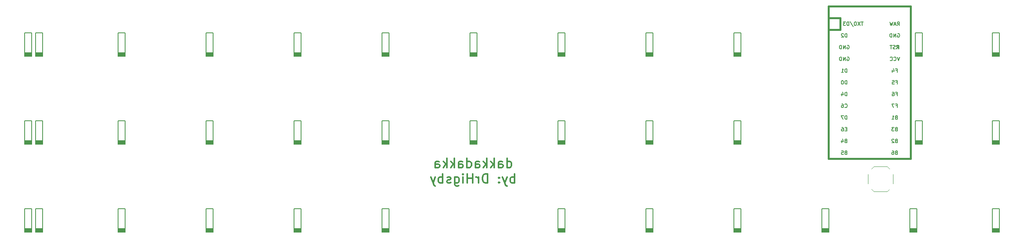
<source format=gbr>
%TF.GenerationSoftware,KiCad,Pcbnew,(5.1.9)-1*%
%TF.CreationDate,2021-06-01T10:03:10-07:00*%
%TF.ProjectId,dakkadakka,64616b6b-6164-4616-9b6b-612e6b696361,rev?*%
%TF.SameCoordinates,Original*%
%TF.FileFunction,Legend,Bot*%
%TF.FilePolarity,Positive*%
%FSLAX46Y46*%
G04 Gerber Fmt 4.6, Leading zero omitted, Abs format (unit mm)*
G04 Created by KiCad (PCBNEW (5.1.9)-1) date 2021-06-01 10:03:10*
%MOMM*%
%LPD*%
G01*
G04 APERTURE LIST*
%ADD10C,0.350000*%
%ADD11C,0.120000*%
%ADD12C,0.150000*%
%ADD13C,0.381000*%
G04 APERTURE END LIST*
D10*
X162006633Y-75498341D02*
X162006633Y-73498341D01*
X162006633Y-75403103D02*
X162197109Y-75498341D01*
X162578061Y-75498341D01*
X162768538Y-75403103D01*
X162863776Y-75307865D01*
X162959014Y-75117389D01*
X162959014Y-74545960D01*
X162863776Y-74355484D01*
X162768538Y-74260246D01*
X162578061Y-74165008D01*
X162197109Y-74165008D01*
X162006633Y-74260246D01*
X160197109Y-75498341D02*
X160197109Y-74450722D01*
X160292347Y-74260246D01*
X160482823Y-74165008D01*
X160863776Y-74165008D01*
X161054252Y-74260246D01*
X160197109Y-75403103D02*
X160387585Y-75498341D01*
X160863776Y-75498341D01*
X161054252Y-75403103D01*
X161149490Y-75212627D01*
X161149490Y-75022151D01*
X161054252Y-74831675D01*
X160863776Y-74736437D01*
X160387585Y-74736437D01*
X160197109Y-74641199D01*
X159244728Y-75498341D02*
X159244728Y-73498341D01*
X159054252Y-74736437D02*
X158482823Y-75498341D01*
X158482823Y-74165008D02*
X159244728Y-74926913D01*
X157625680Y-75498341D02*
X157625680Y-73498341D01*
X157435204Y-74736437D02*
X156863776Y-75498341D01*
X156863776Y-74165008D02*
X157625680Y-74926913D01*
X155149490Y-75498341D02*
X155149490Y-74450722D01*
X155244728Y-74260246D01*
X155435204Y-74165008D01*
X155816157Y-74165008D01*
X156006633Y-74260246D01*
X155149490Y-75403103D02*
X155339966Y-75498341D01*
X155816157Y-75498341D01*
X156006633Y-75403103D01*
X156101871Y-75212627D01*
X156101871Y-75022151D01*
X156006633Y-74831675D01*
X155816157Y-74736437D01*
X155339966Y-74736437D01*
X155149490Y-74641199D01*
X153339966Y-75498341D02*
X153339966Y-73498341D01*
X153339966Y-75403103D02*
X153530442Y-75498341D01*
X153911395Y-75498341D01*
X154101871Y-75403103D01*
X154197109Y-75307865D01*
X154292347Y-75117389D01*
X154292347Y-74545960D01*
X154197109Y-74355484D01*
X154101871Y-74260246D01*
X153911395Y-74165008D01*
X153530442Y-74165008D01*
X153339966Y-74260246D01*
X151530442Y-75498341D02*
X151530442Y-74450722D01*
X151625680Y-74260246D01*
X151816157Y-74165008D01*
X152197109Y-74165008D01*
X152387585Y-74260246D01*
X151530442Y-75403103D02*
X151720919Y-75498341D01*
X152197109Y-75498341D01*
X152387585Y-75403103D01*
X152482823Y-75212627D01*
X152482823Y-75022151D01*
X152387585Y-74831675D01*
X152197109Y-74736437D01*
X151720919Y-74736437D01*
X151530442Y-74641199D01*
X150578061Y-75498341D02*
X150578061Y-73498341D01*
X150387585Y-74736437D02*
X149816157Y-75498341D01*
X149816157Y-74165008D02*
X150578061Y-74926913D01*
X148959014Y-75498341D02*
X148959014Y-73498341D01*
X148768538Y-74736437D02*
X148197109Y-75498341D01*
X148197109Y-74165008D02*
X148959014Y-74926913D01*
X146482823Y-75498341D02*
X146482823Y-74450722D01*
X146578061Y-74260246D01*
X146768538Y-74165008D01*
X147149490Y-74165008D01*
X147339966Y-74260246D01*
X146482823Y-75403103D02*
X146673300Y-75498341D01*
X147149490Y-75498341D01*
X147339966Y-75403103D01*
X147435204Y-75212627D01*
X147435204Y-75022151D01*
X147339966Y-74831675D01*
X147149490Y-74736437D01*
X146673300Y-74736437D01*
X146482823Y-74641199D01*
X163625680Y-78848341D02*
X163625680Y-76848341D01*
X163625680Y-77610246D02*
X163435204Y-77515008D01*
X163054252Y-77515008D01*
X162863776Y-77610246D01*
X162768538Y-77705484D01*
X162673300Y-77895960D01*
X162673300Y-78467389D01*
X162768538Y-78657865D01*
X162863776Y-78753103D01*
X163054252Y-78848341D01*
X163435204Y-78848341D01*
X163625680Y-78753103D01*
X162006633Y-77515008D02*
X161530442Y-78848341D01*
X161054252Y-77515008D02*
X161530442Y-78848341D01*
X161720919Y-79324532D01*
X161816157Y-79419770D01*
X162006633Y-79515008D01*
X160292347Y-78657865D02*
X160197109Y-78753103D01*
X160292347Y-78848341D01*
X160387585Y-78753103D01*
X160292347Y-78657865D01*
X160292347Y-78848341D01*
X160292347Y-77610246D02*
X160197109Y-77705484D01*
X160292347Y-77800722D01*
X160387585Y-77705484D01*
X160292347Y-77610246D01*
X160292347Y-77800722D01*
X157816157Y-78848341D02*
X157816157Y-76848341D01*
X157339966Y-76848341D01*
X157054252Y-76943580D01*
X156863776Y-77134056D01*
X156768538Y-77324532D01*
X156673300Y-77705484D01*
X156673300Y-77991199D01*
X156768538Y-78372151D01*
X156863776Y-78562627D01*
X157054252Y-78753103D01*
X157339966Y-78848341D01*
X157816157Y-78848341D01*
X155816157Y-78848341D02*
X155816157Y-77515008D01*
X155816157Y-77895960D02*
X155720919Y-77705484D01*
X155625680Y-77610246D01*
X155435204Y-77515008D01*
X155244728Y-77515008D01*
X154578061Y-78848341D02*
X154578061Y-76848341D01*
X154578061Y-77800722D02*
X153435204Y-77800722D01*
X153435204Y-78848341D02*
X153435204Y-76848341D01*
X152482823Y-78848341D02*
X152482823Y-77515008D01*
X152482823Y-76848341D02*
X152578061Y-76943580D01*
X152482823Y-77038818D01*
X152387585Y-76943580D01*
X152482823Y-76848341D01*
X152482823Y-77038818D01*
X150673300Y-77515008D02*
X150673300Y-79134056D01*
X150768538Y-79324532D01*
X150863776Y-79419770D01*
X151054252Y-79515008D01*
X151339966Y-79515008D01*
X151530442Y-79419770D01*
X150673300Y-78753103D02*
X150863776Y-78848341D01*
X151244728Y-78848341D01*
X151435204Y-78753103D01*
X151530442Y-78657865D01*
X151625680Y-78467389D01*
X151625680Y-77895960D01*
X151530442Y-77705484D01*
X151435204Y-77610246D01*
X151244728Y-77515008D01*
X150863776Y-77515008D01*
X150673300Y-77610246D01*
X149816157Y-78753103D02*
X149625680Y-78848341D01*
X149244728Y-78848341D01*
X149054252Y-78753103D01*
X148959014Y-78562627D01*
X148959014Y-78467389D01*
X149054252Y-78276913D01*
X149244728Y-78181675D01*
X149530442Y-78181675D01*
X149720919Y-78086437D01*
X149816157Y-77895960D01*
X149816157Y-77800722D01*
X149720919Y-77610246D01*
X149530442Y-77515008D01*
X149244728Y-77515008D01*
X149054252Y-77610246D01*
X148101871Y-78848341D02*
X148101871Y-76848341D01*
X148101871Y-77610246D02*
X147911395Y-77515008D01*
X147530442Y-77515008D01*
X147339966Y-77610246D01*
X147244728Y-77705484D01*
X147149490Y-77895960D01*
X147149490Y-78467389D01*
X147244728Y-78657865D01*
X147339966Y-78753103D01*
X147530442Y-78848341D01*
X147911395Y-78848341D01*
X148101871Y-78753103D01*
X146482823Y-77515008D02*
X146006633Y-78848341D01*
X145530442Y-77515008D02*
X146006633Y-78848341D01*
X146197109Y-79324532D01*
X146292347Y-79419770D01*
X146482823Y-79515008D01*
D11*
%TO.C,RESET1*%
X240167704Y-76946003D02*
X240167704Y-79026003D01*
X244337704Y-80706003D02*
X244827704Y-80216003D01*
X245607704Y-76946003D02*
X245607704Y-79026003D01*
X241437704Y-80706003D02*
X240947704Y-80216003D01*
X241437704Y-80706003D02*
X244337704Y-80706003D01*
X241437704Y-75266003D02*
X240947704Y-75756003D01*
X241437704Y-75266003D02*
X244337704Y-75266003D01*
X244337704Y-75266003D02*
X244827704Y-75756003D01*
D12*
%TO.C,D36*%
X267128850Y-88693698D02*
X268652850Y-88693698D01*
X267128850Y-88820698D02*
X268652850Y-88820698D01*
X268652850Y-88947698D02*
X267128850Y-88947698D01*
X267128850Y-89328698D02*
X268652850Y-89328698D01*
X268652850Y-89201698D02*
X267128850Y-89201698D01*
X267128850Y-89074698D02*
X268652850Y-89074698D01*
X268652850Y-84375698D02*
X267128850Y-84375698D01*
X268652850Y-89455698D02*
X268652850Y-84375698D01*
X267128850Y-89455698D02*
X268652850Y-89455698D01*
X267128850Y-84375698D02*
X267128850Y-89455698D01*
%TO.C,D35*%
X249269460Y-88693698D02*
X250793460Y-88693698D01*
X249269460Y-88820698D02*
X250793460Y-88820698D01*
X250793460Y-88947698D02*
X249269460Y-88947698D01*
X249269460Y-89328698D02*
X250793460Y-89328698D01*
X250793460Y-89201698D02*
X249269460Y-89201698D01*
X249269460Y-89074698D02*
X250793460Y-89074698D01*
X250793460Y-84375698D02*
X249269460Y-84375698D01*
X250793460Y-89455698D02*
X250793460Y-84375698D01*
X249269460Y-89455698D02*
X250793460Y-89455698D01*
X249269460Y-84375698D02*
X249269460Y-89455698D01*
%TO.C,D34*%
X230219444Y-88693698D02*
X231743444Y-88693698D01*
X230219444Y-88820698D02*
X231743444Y-88820698D01*
X231743444Y-88947698D02*
X230219444Y-88947698D01*
X230219444Y-89328698D02*
X231743444Y-89328698D01*
X231743444Y-89201698D02*
X230219444Y-89201698D01*
X230219444Y-89074698D02*
X231743444Y-89074698D01*
X231743444Y-84375698D02*
X230219444Y-84375698D01*
X231743444Y-89455698D02*
X231743444Y-84375698D01*
X230219444Y-89455698D02*
X231743444Y-89455698D01*
X230219444Y-84375698D02*
X230219444Y-89455698D01*
%TO.C,D33*%
X211169428Y-88693698D02*
X212693428Y-88693698D01*
X211169428Y-88820698D02*
X212693428Y-88820698D01*
X212693428Y-88947698D02*
X211169428Y-88947698D01*
X211169428Y-89328698D02*
X212693428Y-89328698D01*
X212693428Y-89201698D02*
X211169428Y-89201698D01*
X211169428Y-89074698D02*
X212693428Y-89074698D01*
X212693428Y-84375698D02*
X211169428Y-84375698D01*
X212693428Y-89455698D02*
X212693428Y-84375698D01*
X211169428Y-89455698D02*
X212693428Y-89455698D01*
X211169428Y-84375698D02*
X211169428Y-89455698D01*
%TO.C,D32*%
X192119412Y-88693698D02*
X193643412Y-88693698D01*
X192119412Y-88820698D02*
X193643412Y-88820698D01*
X193643412Y-88947698D02*
X192119412Y-88947698D01*
X192119412Y-89328698D02*
X193643412Y-89328698D01*
X193643412Y-89201698D02*
X192119412Y-89201698D01*
X192119412Y-89074698D02*
X193643412Y-89074698D01*
X193643412Y-84375698D02*
X192119412Y-84375698D01*
X193643412Y-89455698D02*
X193643412Y-84375698D01*
X192119412Y-89455698D02*
X193643412Y-89455698D01*
X192119412Y-84375698D02*
X192119412Y-89455698D01*
%TO.C,D31*%
X173069396Y-88693698D02*
X174593396Y-88693698D01*
X173069396Y-88820698D02*
X174593396Y-88820698D01*
X174593396Y-88947698D02*
X173069396Y-88947698D01*
X173069396Y-89328698D02*
X174593396Y-89328698D01*
X174593396Y-89201698D02*
X173069396Y-89201698D01*
X173069396Y-89074698D02*
X174593396Y-89074698D01*
X174593396Y-84375698D02*
X173069396Y-84375698D01*
X174593396Y-89455698D02*
X174593396Y-84375698D01*
X173069396Y-89455698D02*
X174593396Y-89455698D01*
X173069396Y-84375698D02*
X173069396Y-89455698D01*
%TO.C,D30*%
X134969364Y-88693698D02*
X136493364Y-88693698D01*
X134969364Y-88820698D02*
X136493364Y-88820698D01*
X136493364Y-88947698D02*
X134969364Y-88947698D01*
X134969364Y-89328698D02*
X136493364Y-89328698D01*
X136493364Y-89201698D02*
X134969364Y-89201698D01*
X134969364Y-89074698D02*
X136493364Y-89074698D01*
X136493364Y-84375698D02*
X134969364Y-84375698D01*
X136493364Y-89455698D02*
X136493364Y-84375698D01*
X134969364Y-89455698D02*
X136493364Y-89455698D01*
X134969364Y-84375698D02*
X134969364Y-89455698D01*
%TO.C,D29*%
X115919348Y-88693698D02*
X117443348Y-88693698D01*
X115919348Y-88820698D02*
X117443348Y-88820698D01*
X117443348Y-88947698D02*
X115919348Y-88947698D01*
X115919348Y-89328698D02*
X117443348Y-89328698D01*
X117443348Y-89201698D02*
X115919348Y-89201698D01*
X115919348Y-89074698D02*
X117443348Y-89074698D01*
X117443348Y-84375698D02*
X115919348Y-84375698D01*
X117443348Y-89455698D02*
X117443348Y-84375698D01*
X115919348Y-89455698D02*
X117443348Y-89455698D01*
X115919348Y-84375698D02*
X115919348Y-89455698D01*
%TO.C,D28*%
X96869332Y-88693698D02*
X98393332Y-88693698D01*
X96869332Y-88820698D02*
X98393332Y-88820698D01*
X98393332Y-88947698D02*
X96869332Y-88947698D01*
X96869332Y-89328698D02*
X98393332Y-89328698D01*
X98393332Y-89201698D02*
X96869332Y-89201698D01*
X96869332Y-89074698D02*
X98393332Y-89074698D01*
X98393332Y-84375698D02*
X96869332Y-84375698D01*
X98393332Y-89455698D02*
X98393332Y-84375698D01*
X96869332Y-89455698D02*
X98393332Y-89455698D01*
X96869332Y-84375698D02*
X96869332Y-89455698D01*
%TO.C,D27*%
X77819316Y-88693698D02*
X79343316Y-88693698D01*
X77819316Y-88820698D02*
X79343316Y-88820698D01*
X79343316Y-88947698D02*
X77819316Y-88947698D01*
X77819316Y-89328698D02*
X79343316Y-89328698D01*
X79343316Y-89201698D02*
X77819316Y-89201698D01*
X77819316Y-89074698D02*
X79343316Y-89074698D01*
X79343316Y-84375698D02*
X77819316Y-84375698D01*
X79343316Y-89455698D02*
X79343316Y-84375698D01*
X77819316Y-89455698D02*
X79343316Y-89455698D01*
X77819316Y-84375698D02*
X77819316Y-89455698D01*
%TO.C,D26*%
X59959926Y-88693698D02*
X61483926Y-88693698D01*
X59959926Y-88820698D02*
X61483926Y-88820698D01*
X61483926Y-88947698D02*
X59959926Y-88947698D01*
X59959926Y-89328698D02*
X61483926Y-89328698D01*
X61483926Y-89201698D02*
X59959926Y-89201698D01*
X59959926Y-89074698D02*
X61483926Y-89074698D01*
X61483926Y-84375698D02*
X59959926Y-84375698D01*
X61483926Y-89455698D02*
X61483926Y-84375698D01*
X59959926Y-89455698D02*
X61483926Y-89455698D01*
X59959926Y-84375698D02*
X59959926Y-89455698D01*
%TO.C,D25*%
X57578674Y-88693698D02*
X59102674Y-88693698D01*
X57578674Y-88820698D02*
X59102674Y-88820698D01*
X59102674Y-88947698D02*
X57578674Y-88947698D01*
X57578674Y-89328698D02*
X59102674Y-89328698D01*
X59102674Y-89201698D02*
X57578674Y-89201698D01*
X57578674Y-89074698D02*
X59102674Y-89074698D01*
X59102674Y-84375698D02*
X57578674Y-84375698D01*
X59102674Y-89455698D02*
X59102674Y-84375698D01*
X57578674Y-89455698D02*
X59102674Y-89455698D01*
X57578674Y-84375698D02*
X57578674Y-89455698D01*
%TO.C,D24*%
X267128850Y-69643682D02*
X268652850Y-69643682D01*
X267128850Y-69770682D02*
X268652850Y-69770682D01*
X268652850Y-69897682D02*
X267128850Y-69897682D01*
X267128850Y-70278682D02*
X268652850Y-70278682D01*
X268652850Y-70151682D02*
X267128850Y-70151682D01*
X267128850Y-70024682D02*
X268652850Y-70024682D01*
X268652850Y-65325682D02*
X267128850Y-65325682D01*
X268652850Y-70405682D02*
X268652850Y-65325682D01*
X267128850Y-70405682D02*
X268652850Y-70405682D01*
X267128850Y-65325682D02*
X267128850Y-70405682D01*
%TO.C,D23*%
X250460086Y-69643682D02*
X251984086Y-69643682D01*
X250460086Y-69770682D02*
X251984086Y-69770682D01*
X251984086Y-69897682D02*
X250460086Y-69897682D01*
X250460086Y-70278682D02*
X251984086Y-70278682D01*
X251984086Y-70151682D02*
X250460086Y-70151682D01*
X250460086Y-70024682D02*
X251984086Y-70024682D01*
X251984086Y-65325682D02*
X250460086Y-65325682D01*
X251984086Y-70405682D02*
X251984086Y-65325682D01*
X250460086Y-70405682D02*
X251984086Y-70405682D01*
X250460086Y-65325682D02*
X250460086Y-70405682D01*
%TO.C,D22*%
X211169428Y-69643682D02*
X212693428Y-69643682D01*
X211169428Y-69770682D02*
X212693428Y-69770682D01*
X212693428Y-69897682D02*
X211169428Y-69897682D01*
X211169428Y-70278682D02*
X212693428Y-70278682D01*
X212693428Y-70151682D02*
X211169428Y-70151682D01*
X211169428Y-70024682D02*
X212693428Y-70024682D01*
X212693428Y-65325682D02*
X211169428Y-65325682D01*
X212693428Y-70405682D02*
X212693428Y-65325682D01*
X211169428Y-70405682D02*
X212693428Y-70405682D01*
X211169428Y-65325682D02*
X211169428Y-70405682D01*
%TO.C,D21*%
X192119412Y-69643682D02*
X193643412Y-69643682D01*
X192119412Y-69770682D02*
X193643412Y-69770682D01*
X193643412Y-69897682D02*
X192119412Y-69897682D01*
X192119412Y-70278682D02*
X193643412Y-70278682D01*
X193643412Y-70151682D02*
X192119412Y-70151682D01*
X192119412Y-70024682D02*
X193643412Y-70024682D01*
X193643412Y-65325682D02*
X192119412Y-65325682D01*
X193643412Y-70405682D02*
X193643412Y-65325682D01*
X192119412Y-70405682D02*
X193643412Y-70405682D01*
X192119412Y-65325682D02*
X192119412Y-70405682D01*
%TO.C,D20*%
X173069396Y-69643682D02*
X174593396Y-69643682D01*
X173069396Y-69770682D02*
X174593396Y-69770682D01*
X174593396Y-69897682D02*
X173069396Y-69897682D01*
X173069396Y-70278682D02*
X174593396Y-70278682D01*
X174593396Y-70151682D02*
X173069396Y-70151682D01*
X173069396Y-70024682D02*
X174593396Y-70024682D01*
X174593396Y-65325682D02*
X173069396Y-65325682D01*
X174593396Y-70405682D02*
X174593396Y-65325682D01*
X173069396Y-70405682D02*
X174593396Y-70405682D01*
X173069396Y-65325682D02*
X173069396Y-70405682D01*
%TO.C,D19*%
X154019380Y-69643682D02*
X155543380Y-69643682D01*
X154019380Y-69770682D02*
X155543380Y-69770682D01*
X155543380Y-69897682D02*
X154019380Y-69897682D01*
X154019380Y-70278682D02*
X155543380Y-70278682D01*
X155543380Y-70151682D02*
X154019380Y-70151682D01*
X154019380Y-70024682D02*
X155543380Y-70024682D01*
X155543380Y-65325682D02*
X154019380Y-65325682D01*
X155543380Y-70405682D02*
X155543380Y-65325682D01*
X154019380Y-70405682D02*
X155543380Y-70405682D01*
X154019380Y-65325682D02*
X154019380Y-70405682D01*
%TO.C,D18*%
X134969364Y-69643682D02*
X136493364Y-69643682D01*
X134969364Y-69770682D02*
X136493364Y-69770682D01*
X136493364Y-69897682D02*
X134969364Y-69897682D01*
X134969364Y-70278682D02*
X136493364Y-70278682D01*
X136493364Y-70151682D02*
X134969364Y-70151682D01*
X134969364Y-70024682D02*
X136493364Y-70024682D01*
X136493364Y-65325682D02*
X134969364Y-65325682D01*
X136493364Y-70405682D02*
X136493364Y-65325682D01*
X134969364Y-70405682D02*
X136493364Y-70405682D01*
X134969364Y-65325682D02*
X134969364Y-70405682D01*
%TO.C,D17*%
X115919348Y-69643682D02*
X117443348Y-69643682D01*
X115919348Y-69770682D02*
X117443348Y-69770682D01*
X117443348Y-69897682D02*
X115919348Y-69897682D01*
X115919348Y-70278682D02*
X117443348Y-70278682D01*
X117443348Y-70151682D02*
X115919348Y-70151682D01*
X115919348Y-70024682D02*
X117443348Y-70024682D01*
X117443348Y-65325682D02*
X115919348Y-65325682D01*
X117443348Y-70405682D02*
X117443348Y-65325682D01*
X115919348Y-70405682D02*
X117443348Y-70405682D01*
X115919348Y-65325682D02*
X115919348Y-70405682D01*
%TO.C,D16*%
X96869332Y-69643682D02*
X98393332Y-69643682D01*
X96869332Y-69770682D02*
X98393332Y-69770682D01*
X98393332Y-69897682D02*
X96869332Y-69897682D01*
X96869332Y-70278682D02*
X98393332Y-70278682D01*
X98393332Y-70151682D02*
X96869332Y-70151682D01*
X96869332Y-70024682D02*
X98393332Y-70024682D01*
X98393332Y-65325682D02*
X96869332Y-65325682D01*
X98393332Y-70405682D02*
X98393332Y-65325682D01*
X96869332Y-70405682D02*
X98393332Y-70405682D01*
X96869332Y-65325682D02*
X96869332Y-70405682D01*
%TO.C,D15*%
X77819316Y-69643682D02*
X79343316Y-69643682D01*
X77819316Y-69770682D02*
X79343316Y-69770682D01*
X79343316Y-69897682D02*
X77819316Y-69897682D01*
X77819316Y-70278682D02*
X79343316Y-70278682D01*
X79343316Y-70151682D02*
X77819316Y-70151682D01*
X77819316Y-70024682D02*
X79343316Y-70024682D01*
X79343316Y-65325682D02*
X77819316Y-65325682D01*
X79343316Y-70405682D02*
X79343316Y-65325682D01*
X77819316Y-70405682D02*
X79343316Y-70405682D01*
X77819316Y-65325682D02*
X77819316Y-70405682D01*
%TO.C,D14*%
X59959926Y-69643682D02*
X61483926Y-69643682D01*
X59959926Y-69770682D02*
X61483926Y-69770682D01*
X61483926Y-69897682D02*
X59959926Y-69897682D01*
X59959926Y-70278682D02*
X61483926Y-70278682D01*
X61483926Y-70151682D02*
X59959926Y-70151682D01*
X59959926Y-70024682D02*
X61483926Y-70024682D01*
X61483926Y-65325682D02*
X59959926Y-65325682D01*
X61483926Y-70405682D02*
X61483926Y-65325682D01*
X59959926Y-70405682D02*
X61483926Y-70405682D01*
X59959926Y-65325682D02*
X59959926Y-70405682D01*
%TO.C,D13*%
X57578674Y-69643682D02*
X59102674Y-69643682D01*
X57578674Y-69770682D02*
X59102674Y-69770682D01*
X59102674Y-69897682D02*
X57578674Y-69897682D01*
X57578674Y-70278682D02*
X59102674Y-70278682D01*
X59102674Y-70151682D02*
X57578674Y-70151682D01*
X57578674Y-70024682D02*
X59102674Y-70024682D01*
X59102674Y-65325682D02*
X57578674Y-65325682D01*
X59102674Y-70405682D02*
X59102674Y-65325682D01*
X57578674Y-70405682D02*
X59102674Y-70405682D01*
X57578674Y-65325682D02*
X57578674Y-70405682D01*
%TO.C,D12*%
X267128850Y-50593666D02*
X268652850Y-50593666D01*
X267128850Y-50720666D02*
X268652850Y-50720666D01*
X268652850Y-50847666D02*
X267128850Y-50847666D01*
X267128850Y-51228666D02*
X268652850Y-51228666D01*
X268652850Y-51101666D02*
X267128850Y-51101666D01*
X267128850Y-50974666D02*
X268652850Y-50974666D01*
X268652850Y-46275666D02*
X267128850Y-46275666D01*
X268652850Y-51355666D02*
X268652850Y-46275666D01*
X267128850Y-51355666D02*
X268652850Y-51355666D01*
X267128850Y-46275666D02*
X267128850Y-51355666D01*
%TO.C,D11*%
X250460086Y-50593666D02*
X251984086Y-50593666D01*
X250460086Y-50720666D02*
X251984086Y-50720666D01*
X251984086Y-50847666D02*
X250460086Y-50847666D01*
X250460086Y-51228666D02*
X251984086Y-51228666D01*
X251984086Y-51101666D02*
X250460086Y-51101666D01*
X250460086Y-50974666D02*
X251984086Y-50974666D01*
X251984086Y-46275666D02*
X250460086Y-46275666D01*
X251984086Y-51355666D02*
X251984086Y-46275666D01*
X250460086Y-51355666D02*
X251984086Y-51355666D01*
X250460086Y-46275666D02*
X250460086Y-51355666D01*
%TO.C,D10*%
X211169428Y-50593666D02*
X212693428Y-50593666D01*
X211169428Y-50720666D02*
X212693428Y-50720666D01*
X212693428Y-50847666D02*
X211169428Y-50847666D01*
X211169428Y-51228666D02*
X212693428Y-51228666D01*
X212693428Y-51101666D02*
X211169428Y-51101666D01*
X211169428Y-50974666D02*
X212693428Y-50974666D01*
X212693428Y-46275666D02*
X211169428Y-46275666D01*
X212693428Y-51355666D02*
X212693428Y-46275666D01*
X211169428Y-51355666D02*
X212693428Y-51355666D01*
X211169428Y-46275666D02*
X211169428Y-51355666D01*
%TO.C,D9*%
X192119412Y-50593666D02*
X193643412Y-50593666D01*
X192119412Y-50720666D02*
X193643412Y-50720666D01*
X193643412Y-50847666D02*
X192119412Y-50847666D01*
X192119412Y-51228666D02*
X193643412Y-51228666D01*
X193643412Y-51101666D02*
X192119412Y-51101666D01*
X192119412Y-50974666D02*
X193643412Y-50974666D01*
X193643412Y-46275666D02*
X192119412Y-46275666D01*
X193643412Y-51355666D02*
X193643412Y-46275666D01*
X192119412Y-51355666D02*
X193643412Y-51355666D01*
X192119412Y-46275666D02*
X192119412Y-51355666D01*
%TO.C,D8*%
X173069396Y-50593666D02*
X174593396Y-50593666D01*
X173069396Y-50720666D02*
X174593396Y-50720666D01*
X174593396Y-50847666D02*
X173069396Y-50847666D01*
X173069396Y-51228666D02*
X174593396Y-51228666D01*
X174593396Y-51101666D02*
X173069396Y-51101666D01*
X173069396Y-50974666D02*
X174593396Y-50974666D01*
X174593396Y-46275666D02*
X173069396Y-46275666D01*
X174593396Y-51355666D02*
X174593396Y-46275666D01*
X173069396Y-51355666D02*
X174593396Y-51355666D01*
X173069396Y-46275666D02*
X173069396Y-51355666D01*
%TO.C,D7*%
X154019380Y-50593666D02*
X155543380Y-50593666D01*
X154019380Y-50720666D02*
X155543380Y-50720666D01*
X155543380Y-50847666D02*
X154019380Y-50847666D01*
X154019380Y-51228666D02*
X155543380Y-51228666D01*
X155543380Y-51101666D02*
X154019380Y-51101666D01*
X154019380Y-50974666D02*
X155543380Y-50974666D01*
X155543380Y-46275666D02*
X154019380Y-46275666D01*
X155543380Y-51355666D02*
X155543380Y-46275666D01*
X154019380Y-51355666D02*
X155543380Y-51355666D01*
X154019380Y-46275666D02*
X154019380Y-51355666D01*
%TO.C,D6*%
X134969364Y-50593666D02*
X136493364Y-50593666D01*
X134969364Y-50720666D02*
X136493364Y-50720666D01*
X136493364Y-50847666D02*
X134969364Y-50847666D01*
X134969364Y-51228666D02*
X136493364Y-51228666D01*
X136493364Y-51101666D02*
X134969364Y-51101666D01*
X134969364Y-50974666D02*
X136493364Y-50974666D01*
X136493364Y-46275666D02*
X134969364Y-46275666D01*
X136493364Y-51355666D02*
X136493364Y-46275666D01*
X134969364Y-51355666D02*
X136493364Y-51355666D01*
X134969364Y-46275666D02*
X134969364Y-51355666D01*
%TO.C,D5*%
X115919348Y-50593666D02*
X117443348Y-50593666D01*
X115919348Y-50720666D02*
X117443348Y-50720666D01*
X117443348Y-50847666D02*
X115919348Y-50847666D01*
X115919348Y-51228666D02*
X117443348Y-51228666D01*
X117443348Y-51101666D02*
X115919348Y-51101666D01*
X115919348Y-50974666D02*
X117443348Y-50974666D01*
X117443348Y-46275666D02*
X115919348Y-46275666D01*
X117443348Y-51355666D02*
X117443348Y-46275666D01*
X115919348Y-51355666D02*
X117443348Y-51355666D01*
X115919348Y-46275666D02*
X115919348Y-51355666D01*
%TO.C,D4*%
X96869332Y-50593666D02*
X98393332Y-50593666D01*
X96869332Y-50720666D02*
X98393332Y-50720666D01*
X98393332Y-50847666D02*
X96869332Y-50847666D01*
X96869332Y-51228666D02*
X98393332Y-51228666D01*
X98393332Y-51101666D02*
X96869332Y-51101666D01*
X96869332Y-50974666D02*
X98393332Y-50974666D01*
X98393332Y-46275666D02*
X96869332Y-46275666D01*
X98393332Y-51355666D02*
X98393332Y-46275666D01*
X96869332Y-51355666D02*
X98393332Y-51355666D01*
X96869332Y-46275666D02*
X96869332Y-51355666D01*
%TO.C,D3*%
X77819316Y-50593666D02*
X79343316Y-50593666D01*
X77819316Y-50720666D02*
X79343316Y-50720666D01*
X79343316Y-50847666D02*
X77819316Y-50847666D01*
X77819316Y-51228666D02*
X79343316Y-51228666D01*
X79343316Y-51101666D02*
X77819316Y-51101666D01*
X77819316Y-50974666D02*
X79343316Y-50974666D01*
X79343316Y-46275666D02*
X77819316Y-46275666D01*
X79343316Y-51355666D02*
X79343316Y-46275666D01*
X77819316Y-51355666D02*
X79343316Y-51355666D01*
X77819316Y-46275666D02*
X77819316Y-51355666D01*
%TO.C,D2*%
X59959926Y-50593666D02*
X61483926Y-50593666D01*
X59959926Y-50720666D02*
X61483926Y-50720666D01*
X61483926Y-50847666D02*
X59959926Y-50847666D01*
X59959926Y-51228666D02*
X61483926Y-51228666D01*
X61483926Y-51101666D02*
X59959926Y-51101666D01*
X59959926Y-50974666D02*
X61483926Y-50974666D01*
X61483926Y-46275666D02*
X59959926Y-46275666D01*
X61483926Y-51355666D02*
X61483926Y-46275666D01*
X59959926Y-51355666D02*
X61483926Y-51355666D01*
X59959926Y-46275666D02*
X59959926Y-51355666D01*
%TO.C,D1*%
X57578674Y-50593666D02*
X59102674Y-50593666D01*
X57578674Y-50720666D02*
X59102674Y-50720666D01*
X59102674Y-50847666D02*
X57578674Y-50847666D01*
X57578674Y-51228666D02*
X59102674Y-51228666D01*
X59102674Y-51101666D02*
X57578674Y-51101666D01*
X57578674Y-50974666D02*
X59102674Y-50974666D01*
X59102674Y-46275666D02*
X57578674Y-46275666D01*
X59102674Y-51355666D02*
X59102674Y-46275666D01*
X57578674Y-51355666D02*
X59102674Y-51355666D01*
X57578674Y-46275666D02*
X57578674Y-51355666D01*
D13*
%TO.C,PM1*%
X234156452Y-45640674D02*
X231616452Y-45640674D01*
X234156452Y-43100674D02*
X234156452Y-45640674D01*
D12*
G36*
X246551087Y-49389704D02*
G01*
X246551087Y-49489704D01*
X246651087Y-49489704D01*
X246651087Y-49389704D01*
X246551087Y-49389704D01*
G37*
X246551087Y-49389704D02*
X246551087Y-49489704D01*
X246651087Y-49489704D01*
X246651087Y-49389704D01*
X246551087Y-49389704D01*
G36*
X246751087Y-48989704D02*
G01*
X246751087Y-49789704D01*
X246851087Y-49789704D01*
X246851087Y-48989704D01*
X246751087Y-48989704D01*
G37*
X246751087Y-48989704D02*
X246751087Y-49789704D01*
X246851087Y-49789704D01*
X246851087Y-48989704D01*
X246751087Y-48989704D01*
G36*
X246351087Y-49589704D02*
G01*
X246351087Y-49789704D01*
X246451087Y-49789704D01*
X246451087Y-49589704D01*
X246351087Y-49589704D01*
G37*
X246351087Y-49589704D02*
X246351087Y-49789704D01*
X246451087Y-49789704D01*
X246451087Y-49589704D01*
X246351087Y-49589704D01*
G36*
X246351087Y-48989704D02*
G01*
X246351087Y-49289704D01*
X246451087Y-49289704D01*
X246451087Y-48989704D01*
X246351087Y-48989704D01*
G37*
X246351087Y-48989704D02*
X246351087Y-49289704D01*
X246451087Y-49289704D01*
X246451087Y-48989704D01*
X246351087Y-48989704D01*
G36*
X246351087Y-48989704D02*
G01*
X246351087Y-49089704D01*
X246851087Y-49089704D01*
X246851087Y-48989704D01*
X246351087Y-48989704D01*
G37*
X246351087Y-48989704D02*
X246351087Y-49089704D01*
X246851087Y-49089704D01*
X246851087Y-48989704D01*
X246351087Y-48989704D01*
D13*
X249396452Y-73580674D02*
X249396452Y-40560674D01*
X231616452Y-73580674D02*
X249396452Y-73580674D01*
X231616452Y-40560674D02*
X231616452Y-73580674D01*
X249396452Y-40560674D02*
X231616452Y-40560674D01*
X234156452Y-43100674D02*
X231616452Y-43100674D01*
D12*
X246079785Y-49754483D02*
X245965499Y-49792578D01*
X245775023Y-49792578D01*
X245698832Y-49754483D01*
X245660737Y-49716388D01*
X245622642Y-49640197D01*
X245622642Y-49564007D01*
X245660737Y-49487816D01*
X245698832Y-49449721D01*
X245775023Y-49411626D01*
X245927404Y-49373531D01*
X246003594Y-49335435D01*
X246041690Y-49297340D01*
X246079785Y-49221150D01*
X246079785Y-49144959D01*
X246041690Y-49068769D01*
X246003594Y-49030674D01*
X245927404Y-48992578D01*
X245736928Y-48992578D01*
X245622642Y-49030674D01*
X245394071Y-48992578D02*
X244936928Y-48992578D01*
X245165499Y-49792578D02*
X245165499Y-48992578D01*
X239125056Y-43932578D02*
X238667913Y-43932578D01*
X238896484Y-44732578D02*
X238896484Y-43932578D01*
X238477437Y-43932578D02*
X237944103Y-44732578D01*
X237944103Y-43932578D02*
X238477437Y-44732578D01*
X237486960Y-43932578D02*
X237410770Y-43932578D01*
X237334580Y-43970674D01*
X237296484Y-44008769D01*
X237258389Y-44084959D01*
X237220294Y-44237340D01*
X237220294Y-44427816D01*
X237258389Y-44580197D01*
X237296484Y-44656388D01*
X237334580Y-44694483D01*
X237410770Y-44732578D01*
X237486960Y-44732578D01*
X237563151Y-44694483D01*
X237601246Y-44656388D01*
X237639341Y-44580197D01*
X237677437Y-44427816D01*
X237677437Y-44237340D01*
X237639341Y-44084959D01*
X237601246Y-44008769D01*
X237563151Y-43970674D01*
X237486960Y-43932578D01*
X236306008Y-43894483D02*
X236991722Y-44923054D01*
X236039341Y-44732578D02*
X236039341Y-43932578D01*
X235848865Y-43932578D01*
X235734580Y-43970674D01*
X235658389Y-44046864D01*
X235620294Y-44123054D01*
X235582199Y-44275435D01*
X235582199Y-44389721D01*
X235620294Y-44542102D01*
X235658389Y-44618293D01*
X235734580Y-44694483D01*
X235848865Y-44732578D01*
X236039341Y-44732578D01*
X235315532Y-43932578D02*
X234820294Y-43932578D01*
X235086960Y-44237340D01*
X234972675Y-44237340D01*
X234896484Y-44275435D01*
X234858389Y-44313531D01*
X234820294Y-44389721D01*
X234820294Y-44580197D01*
X234858389Y-44656388D01*
X234896484Y-44694483D01*
X234972675Y-44732578D01*
X235201246Y-44732578D01*
X235277437Y-44694483D01*
X235315532Y-44656388D01*
X246291261Y-69713531D02*
X246176975Y-69751626D01*
X246138880Y-69789721D01*
X246100785Y-69865912D01*
X246100785Y-69980197D01*
X246138880Y-70056388D01*
X246176975Y-70094483D01*
X246253166Y-70132578D01*
X246557928Y-70132578D01*
X246557928Y-69332578D01*
X246291261Y-69332578D01*
X246215071Y-69370674D01*
X246176975Y-69408769D01*
X246138880Y-69484959D01*
X246138880Y-69561150D01*
X246176975Y-69637340D01*
X246215071Y-69675435D01*
X246291261Y-69713531D01*
X246557928Y-69713531D01*
X245796023Y-69408769D02*
X245757928Y-69370674D01*
X245681737Y-69332578D01*
X245491261Y-69332578D01*
X245415071Y-69370674D01*
X245376975Y-69408769D01*
X245338880Y-69484959D01*
X245338880Y-69561150D01*
X245376975Y-69675435D01*
X245834118Y-70132578D01*
X245338880Y-70132578D01*
X246234118Y-62093531D02*
X246500785Y-62093531D01*
X246500785Y-62512578D02*
X246500785Y-61712578D01*
X246119832Y-61712578D01*
X245891261Y-61712578D02*
X245357928Y-61712578D01*
X245700785Y-62512578D01*
X246234118Y-59553531D02*
X246500785Y-59553531D01*
X246500785Y-59972578D02*
X246500785Y-59172578D01*
X246119832Y-59172578D01*
X245472213Y-59172578D02*
X245624594Y-59172578D01*
X245700785Y-59210674D01*
X245738880Y-59248769D01*
X245815071Y-59363054D01*
X245853166Y-59515435D01*
X245853166Y-59820197D01*
X245815071Y-59896388D01*
X245776975Y-59934483D01*
X245700785Y-59972578D01*
X245548404Y-59972578D01*
X245472213Y-59934483D01*
X245434118Y-59896388D01*
X245396023Y-59820197D01*
X245396023Y-59629721D01*
X245434118Y-59553531D01*
X245472213Y-59515435D01*
X245548404Y-59477340D01*
X245700785Y-59477340D01*
X245776975Y-59515435D01*
X245815071Y-59553531D01*
X245853166Y-59629721D01*
X246234118Y-57013531D02*
X246500785Y-57013531D01*
X246500785Y-57432578D02*
X246500785Y-56632578D01*
X246119832Y-56632578D01*
X245434118Y-56632578D02*
X245815071Y-56632578D01*
X245853166Y-57013531D01*
X245815071Y-56975435D01*
X245738880Y-56937340D01*
X245548404Y-56937340D01*
X245472213Y-56975435D01*
X245434118Y-57013531D01*
X245396023Y-57089721D01*
X245396023Y-57280197D01*
X245434118Y-57356388D01*
X245472213Y-57394483D01*
X245548404Y-57432578D01*
X245738880Y-57432578D01*
X245815071Y-57394483D01*
X245853166Y-57356388D01*
X246519832Y-44732578D02*
X246786499Y-44351626D01*
X246976975Y-44732578D02*
X246976975Y-43932578D01*
X246672213Y-43932578D01*
X246596023Y-43970674D01*
X246557928Y-44008769D01*
X246519832Y-44084959D01*
X246519832Y-44199245D01*
X246557928Y-44275435D01*
X246596023Y-44313531D01*
X246672213Y-44351626D01*
X246976975Y-44351626D01*
X246215071Y-44504007D02*
X245834118Y-44504007D01*
X246291261Y-44732578D02*
X246024594Y-43932578D01*
X245757928Y-44732578D01*
X245567452Y-43932578D02*
X245376975Y-44732578D01*
X245224594Y-44161150D01*
X245072213Y-44732578D01*
X244881737Y-43932578D01*
X246576975Y-46510674D02*
X246653166Y-46472578D01*
X246767452Y-46472578D01*
X246881737Y-46510674D01*
X246957928Y-46586864D01*
X246996023Y-46663054D01*
X247034118Y-46815435D01*
X247034118Y-46929721D01*
X246996023Y-47082102D01*
X246957928Y-47158293D01*
X246881737Y-47234483D01*
X246767452Y-47272578D01*
X246691261Y-47272578D01*
X246576975Y-47234483D01*
X246538880Y-47196388D01*
X246538880Y-46929721D01*
X246691261Y-46929721D01*
X246196023Y-47272578D02*
X246196023Y-46472578D01*
X245738880Y-47272578D01*
X245738880Y-46472578D01*
X245357928Y-47272578D02*
X245357928Y-46472578D01*
X245167452Y-46472578D01*
X245053166Y-46510674D01*
X244976975Y-46586864D01*
X244938880Y-46663054D01*
X244900785Y-46815435D01*
X244900785Y-46929721D01*
X244938880Y-47082102D01*
X244976975Y-47158293D01*
X245053166Y-47234483D01*
X245167452Y-47272578D01*
X245357928Y-47272578D01*
X247034118Y-51552578D02*
X246767452Y-52352578D01*
X246500785Y-51552578D01*
X245776975Y-52276388D02*
X245815071Y-52314483D01*
X245929356Y-52352578D01*
X246005547Y-52352578D01*
X246119832Y-52314483D01*
X246196023Y-52238293D01*
X246234118Y-52162102D01*
X246272213Y-52009721D01*
X246272213Y-51895435D01*
X246234118Y-51743054D01*
X246196023Y-51666864D01*
X246119832Y-51590674D01*
X246005547Y-51552578D01*
X245929356Y-51552578D01*
X245815071Y-51590674D01*
X245776975Y-51628769D01*
X244976975Y-52276388D02*
X245015071Y-52314483D01*
X245129356Y-52352578D01*
X245205547Y-52352578D01*
X245319832Y-52314483D01*
X245396023Y-52238293D01*
X245434118Y-52162102D01*
X245472213Y-52009721D01*
X245472213Y-51895435D01*
X245434118Y-51743054D01*
X245396023Y-51666864D01*
X245319832Y-51590674D01*
X245205547Y-51552578D01*
X245129356Y-51552578D01*
X245015071Y-51590674D01*
X244976975Y-51628769D01*
X246234118Y-54473531D02*
X246500785Y-54473531D01*
X246500785Y-54892578D02*
X246500785Y-54092578D01*
X246119832Y-54092578D01*
X245472213Y-54359245D02*
X245472213Y-54892578D01*
X245662690Y-54054483D02*
X245853166Y-54625912D01*
X245357928Y-54625912D01*
X246291261Y-64633531D02*
X246176975Y-64671626D01*
X246138880Y-64709721D01*
X246100785Y-64785912D01*
X246100785Y-64900197D01*
X246138880Y-64976388D01*
X246176975Y-65014483D01*
X246253166Y-65052578D01*
X246557928Y-65052578D01*
X246557928Y-64252578D01*
X246291261Y-64252578D01*
X246215071Y-64290674D01*
X246176975Y-64328769D01*
X246138880Y-64404959D01*
X246138880Y-64481150D01*
X246176975Y-64557340D01*
X246215071Y-64595435D01*
X246291261Y-64633531D01*
X246557928Y-64633531D01*
X245338880Y-65052578D02*
X245796023Y-65052578D01*
X245567452Y-65052578D02*
X245567452Y-64252578D01*
X245643642Y-64366864D01*
X245719832Y-64443054D01*
X245796023Y-64481150D01*
X246291261Y-67173531D02*
X246176975Y-67211626D01*
X246138880Y-67249721D01*
X246100785Y-67325912D01*
X246100785Y-67440197D01*
X246138880Y-67516388D01*
X246176975Y-67554483D01*
X246253166Y-67592578D01*
X246557928Y-67592578D01*
X246557928Y-66792578D01*
X246291261Y-66792578D01*
X246215071Y-66830674D01*
X246176975Y-66868769D01*
X246138880Y-66944959D01*
X246138880Y-67021150D01*
X246176975Y-67097340D01*
X246215071Y-67135435D01*
X246291261Y-67173531D01*
X246557928Y-67173531D01*
X245834118Y-66792578D02*
X245338880Y-66792578D01*
X245605547Y-67097340D01*
X245491261Y-67097340D01*
X245415071Y-67135435D01*
X245376975Y-67173531D01*
X245338880Y-67249721D01*
X245338880Y-67440197D01*
X245376975Y-67516388D01*
X245415071Y-67554483D01*
X245491261Y-67592578D01*
X245719832Y-67592578D01*
X245796023Y-67554483D01*
X245834118Y-67516388D01*
X246291261Y-72253531D02*
X246176975Y-72291626D01*
X246138880Y-72329721D01*
X246100785Y-72405912D01*
X246100785Y-72520197D01*
X246138880Y-72596388D01*
X246176975Y-72634483D01*
X246253166Y-72672578D01*
X246557928Y-72672578D01*
X246557928Y-71872578D01*
X246291261Y-71872578D01*
X246215071Y-71910674D01*
X246176975Y-71948769D01*
X246138880Y-72024959D01*
X246138880Y-72101150D01*
X246176975Y-72177340D01*
X246215071Y-72215435D01*
X246291261Y-72253531D01*
X246557928Y-72253531D01*
X245415071Y-71872578D02*
X245567452Y-71872578D01*
X245643642Y-71910674D01*
X245681737Y-71948769D01*
X245757928Y-72063054D01*
X245796023Y-72215435D01*
X245796023Y-72520197D01*
X245757928Y-72596388D01*
X245719832Y-72634483D01*
X245643642Y-72672578D01*
X245491261Y-72672578D01*
X245415071Y-72634483D01*
X245376975Y-72596388D01*
X245338880Y-72520197D01*
X245338880Y-72329721D01*
X245376975Y-72253531D01*
X245415071Y-72215435D01*
X245491261Y-72177340D01*
X245643642Y-72177340D01*
X245719832Y-72215435D01*
X245757928Y-72253531D01*
X245796023Y-72329721D01*
X235369261Y-72253531D02*
X235254975Y-72291626D01*
X235216880Y-72329721D01*
X235178785Y-72405912D01*
X235178785Y-72520197D01*
X235216880Y-72596388D01*
X235254975Y-72634483D01*
X235331166Y-72672578D01*
X235635928Y-72672578D01*
X235635928Y-71872578D01*
X235369261Y-71872578D01*
X235293071Y-71910674D01*
X235254975Y-71948769D01*
X235216880Y-72024959D01*
X235216880Y-72101150D01*
X235254975Y-72177340D01*
X235293071Y-72215435D01*
X235369261Y-72253531D01*
X235635928Y-72253531D01*
X234454975Y-71872578D02*
X234835928Y-71872578D01*
X234874023Y-72253531D01*
X234835928Y-72215435D01*
X234759737Y-72177340D01*
X234569261Y-72177340D01*
X234493071Y-72215435D01*
X234454975Y-72253531D01*
X234416880Y-72329721D01*
X234416880Y-72520197D01*
X234454975Y-72596388D01*
X234493071Y-72634483D01*
X234569261Y-72672578D01*
X234759737Y-72672578D01*
X234835928Y-72634483D01*
X234874023Y-72596388D01*
X235369261Y-69713531D02*
X235254975Y-69751626D01*
X235216880Y-69789721D01*
X235178785Y-69865912D01*
X235178785Y-69980197D01*
X235216880Y-70056388D01*
X235254975Y-70094483D01*
X235331166Y-70132578D01*
X235635928Y-70132578D01*
X235635928Y-69332578D01*
X235369261Y-69332578D01*
X235293071Y-69370674D01*
X235254975Y-69408769D01*
X235216880Y-69484959D01*
X235216880Y-69561150D01*
X235254975Y-69637340D01*
X235293071Y-69675435D01*
X235369261Y-69713531D01*
X235635928Y-69713531D01*
X234493071Y-69599245D02*
X234493071Y-70132578D01*
X234683547Y-69294483D02*
X234874023Y-69865912D01*
X234378785Y-69865912D01*
X235597832Y-67173531D02*
X235331166Y-67173531D01*
X235216880Y-67592578D02*
X235597832Y-67592578D01*
X235597832Y-66792578D01*
X235216880Y-66792578D01*
X234531166Y-66792578D02*
X234683547Y-66792578D01*
X234759737Y-66830674D01*
X234797832Y-66868769D01*
X234874023Y-66983054D01*
X234912118Y-67135435D01*
X234912118Y-67440197D01*
X234874023Y-67516388D01*
X234835928Y-67554483D01*
X234759737Y-67592578D01*
X234607356Y-67592578D01*
X234531166Y-67554483D01*
X234493071Y-67516388D01*
X234454975Y-67440197D01*
X234454975Y-67249721D01*
X234493071Y-67173531D01*
X234531166Y-67135435D01*
X234607356Y-67097340D01*
X234759737Y-67097340D01*
X234835928Y-67135435D01*
X234874023Y-67173531D01*
X234912118Y-67249721D01*
X235635928Y-65052578D02*
X235635928Y-64252578D01*
X235445452Y-64252578D01*
X235331166Y-64290674D01*
X235254975Y-64366864D01*
X235216880Y-64443054D01*
X235178785Y-64595435D01*
X235178785Y-64709721D01*
X235216880Y-64862102D01*
X235254975Y-64938293D01*
X235331166Y-65014483D01*
X235445452Y-65052578D01*
X235635928Y-65052578D01*
X234912118Y-64252578D02*
X234378785Y-64252578D01*
X234721642Y-65052578D01*
X235178785Y-62436388D02*
X235216880Y-62474483D01*
X235331166Y-62512578D01*
X235407356Y-62512578D01*
X235521642Y-62474483D01*
X235597832Y-62398293D01*
X235635928Y-62322102D01*
X235674023Y-62169721D01*
X235674023Y-62055435D01*
X235635928Y-61903054D01*
X235597832Y-61826864D01*
X235521642Y-61750674D01*
X235407356Y-61712578D01*
X235331166Y-61712578D01*
X235216880Y-61750674D01*
X235178785Y-61788769D01*
X234493071Y-61712578D02*
X234645452Y-61712578D01*
X234721642Y-61750674D01*
X234759737Y-61788769D01*
X234835928Y-61903054D01*
X234874023Y-62055435D01*
X234874023Y-62360197D01*
X234835928Y-62436388D01*
X234797832Y-62474483D01*
X234721642Y-62512578D01*
X234569261Y-62512578D01*
X234493071Y-62474483D01*
X234454975Y-62436388D01*
X234416880Y-62360197D01*
X234416880Y-62169721D01*
X234454975Y-62093531D01*
X234493071Y-62055435D01*
X234569261Y-62017340D01*
X234721642Y-62017340D01*
X234797832Y-62055435D01*
X234835928Y-62093531D01*
X234874023Y-62169721D01*
X235635928Y-59972578D02*
X235635928Y-59172578D01*
X235445452Y-59172578D01*
X235331166Y-59210674D01*
X235254975Y-59286864D01*
X235216880Y-59363054D01*
X235178785Y-59515435D01*
X235178785Y-59629721D01*
X235216880Y-59782102D01*
X235254975Y-59858293D01*
X235331166Y-59934483D01*
X235445452Y-59972578D01*
X235635928Y-59972578D01*
X234493071Y-59439245D02*
X234493071Y-59972578D01*
X234683547Y-59134483D02*
X234874023Y-59705912D01*
X234378785Y-59705912D01*
X235654975Y-49050674D02*
X235731166Y-49012578D01*
X235845452Y-49012578D01*
X235959737Y-49050674D01*
X236035928Y-49126864D01*
X236074023Y-49203054D01*
X236112118Y-49355435D01*
X236112118Y-49469721D01*
X236074023Y-49622102D01*
X236035928Y-49698293D01*
X235959737Y-49774483D01*
X235845452Y-49812578D01*
X235769261Y-49812578D01*
X235654975Y-49774483D01*
X235616880Y-49736388D01*
X235616880Y-49469721D01*
X235769261Y-49469721D01*
X235274023Y-49812578D02*
X235274023Y-49012578D01*
X234816880Y-49812578D01*
X234816880Y-49012578D01*
X234435928Y-49812578D02*
X234435928Y-49012578D01*
X234245452Y-49012578D01*
X234131166Y-49050674D01*
X234054975Y-49126864D01*
X234016880Y-49203054D01*
X233978785Y-49355435D01*
X233978785Y-49469721D01*
X234016880Y-49622102D01*
X234054975Y-49698293D01*
X234131166Y-49774483D01*
X234245452Y-49812578D01*
X234435928Y-49812578D01*
X235654975Y-51590674D02*
X235731166Y-51552578D01*
X235845452Y-51552578D01*
X235959737Y-51590674D01*
X236035928Y-51666864D01*
X236074023Y-51743054D01*
X236112118Y-51895435D01*
X236112118Y-52009721D01*
X236074023Y-52162102D01*
X236035928Y-52238293D01*
X235959737Y-52314483D01*
X235845452Y-52352578D01*
X235769261Y-52352578D01*
X235654975Y-52314483D01*
X235616880Y-52276388D01*
X235616880Y-52009721D01*
X235769261Y-52009721D01*
X235274023Y-52352578D02*
X235274023Y-51552578D01*
X234816880Y-52352578D01*
X234816880Y-51552578D01*
X234435928Y-52352578D02*
X234435928Y-51552578D01*
X234245452Y-51552578D01*
X234131166Y-51590674D01*
X234054975Y-51666864D01*
X234016880Y-51743054D01*
X233978785Y-51895435D01*
X233978785Y-52009721D01*
X234016880Y-52162102D01*
X234054975Y-52238293D01*
X234131166Y-52314483D01*
X234245452Y-52352578D01*
X234435928Y-52352578D01*
X235635928Y-54892578D02*
X235635928Y-54092578D01*
X235445452Y-54092578D01*
X235331166Y-54130674D01*
X235254975Y-54206864D01*
X235216880Y-54283054D01*
X235178785Y-54435435D01*
X235178785Y-54549721D01*
X235216880Y-54702102D01*
X235254975Y-54778293D01*
X235331166Y-54854483D01*
X235445452Y-54892578D01*
X235635928Y-54892578D01*
X234416880Y-54892578D02*
X234874023Y-54892578D01*
X234645452Y-54892578D02*
X234645452Y-54092578D01*
X234721642Y-54206864D01*
X234797832Y-54283054D01*
X234874023Y-54321150D01*
X235635928Y-57432578D02*
X235635928Y-56632578D01*
X235445452Y-56632578D01*
X235331166Y-56670674D01*
X235254975Y-56746864D01*
X235216880Y-56823054D01*
X235178785Y-56975435D01*
X235178785Y-57089721D01*
X235216880Y-57242102D01*
X235254975Y-57318293D01*
X235331166Y-57394483D01*
X235445452Y-57432578D01*
X235635928Y-57432578D01*
X234683547Y-56632578D02*
X234607356Y-56632578D01*
X234531166Y-56670674D01*
X234493071Y-56708769D01*
X234454975Y-56784959D01*
X234416880Y-56937340D01*
X234416880Y-57127816D01*
X234454975Y-57280197D01*
X234493071Y-57356388D01*
X234531166Y-57394483D01*
X234607356Y-57432578D01*
X234683547Y-57432578D01*
X234759737Y-57394483D01*
X234797832Y-57356388D01*
X234835928Y-57280197D01*
X234874023Y-57127816D01*
X234874023Y-56937340D01*
X234835928Y-56784959D01*
X234797832Y-56708769D01*
X234759737Y-56670674D01*
X234683547Y-56632578D01*
X235635928Y-47272578D02*
X235635928Y-46472578D01*
X235445452Y-46472578D01*
X235331166Y-46510674D01*
X235254975Y-46586864D01*
X235216880Y-46663054D01*
X235178785Y-46815435D01*
X235178785Y-46929721D01*
X235216880Y-47082102D01*
X235254975Y-47158293D01*
X235331166Y-47234483D01*
X235445452Y-47272578D01*
X235635928Y-47272578D01*
X234874023Y-46548769D02*
X234835928Y-46510674D01*
X234759737Y-46472578D01*
X234569261Y-46472578D01*
X234493071Y-46510674D01*
X234454975Y-46548769D01*
X234416880Y-46624959D01*
X234416880Y-46701150D01*
X234454975Y-46815435D01*
X234912118Y-47272578D01*
X234416880Y-47272578D01*
%TD*%
M02*

</source>
